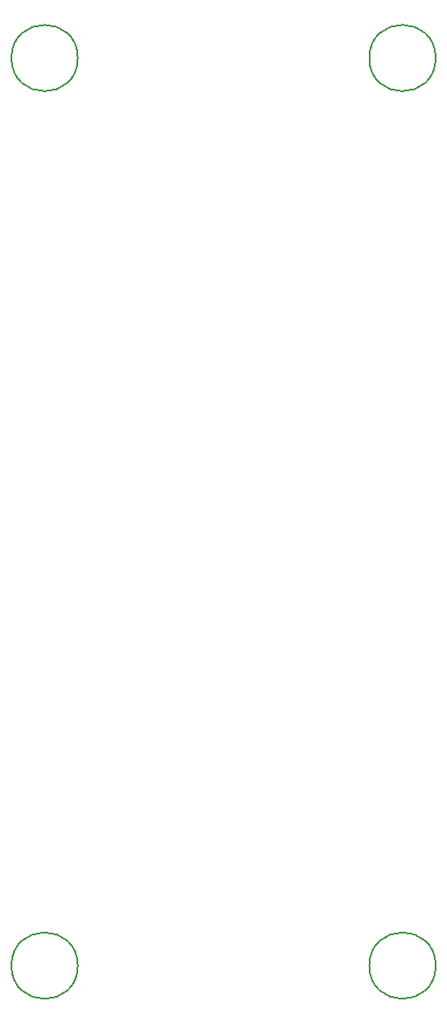
<source format=gbr>
%TF.GenerationSoftware,KiCad,Pcbnew,7.0.7*%
%TF.CreationDate,2024-01-28T22:13:11+01:00*%
%TF.ProjectId,relayTracker,72656c61-7954-4726-9163-6b65722e6b69,rev?*%
%TF.SameCoordinates,Original*%
%TF.FileFunction,Other,Comment*%
%FSLAX46Y46*%
G04 Gerber Fmt 4.6, Leading zero omitted, Abs format (unit mm)*
G04 Created by KiCad (PCBNEW 7.0.7) date 2024-01-28 22:13:11*
%MOMM*%
%LPD*%
G01*
G04 APERTURE LIST*
%ADD10C,0.150000*%
G04 APERTURE END LIST*
D10*
%TO.C,REF\u002A\u002A*%
X97700000Y-14000000D02*
G75*
G03*
X97700000Y-14000000I-3200000J0D01*
G01*
X97700000Y-101500000D02*
G75*
G03*
X97700000Y-101500000I-3200000J0D01*
G01*
X132200000Y-14000000D02*
G75*
G03*
X132200000Y-14000000I-3200000J0D01*
G01*
X132200000Y-101500000D02*
G75*
G03*
X132200000Y-101500000I-3200000J0D01*
G01*
%TD*%
M02*

</source>
